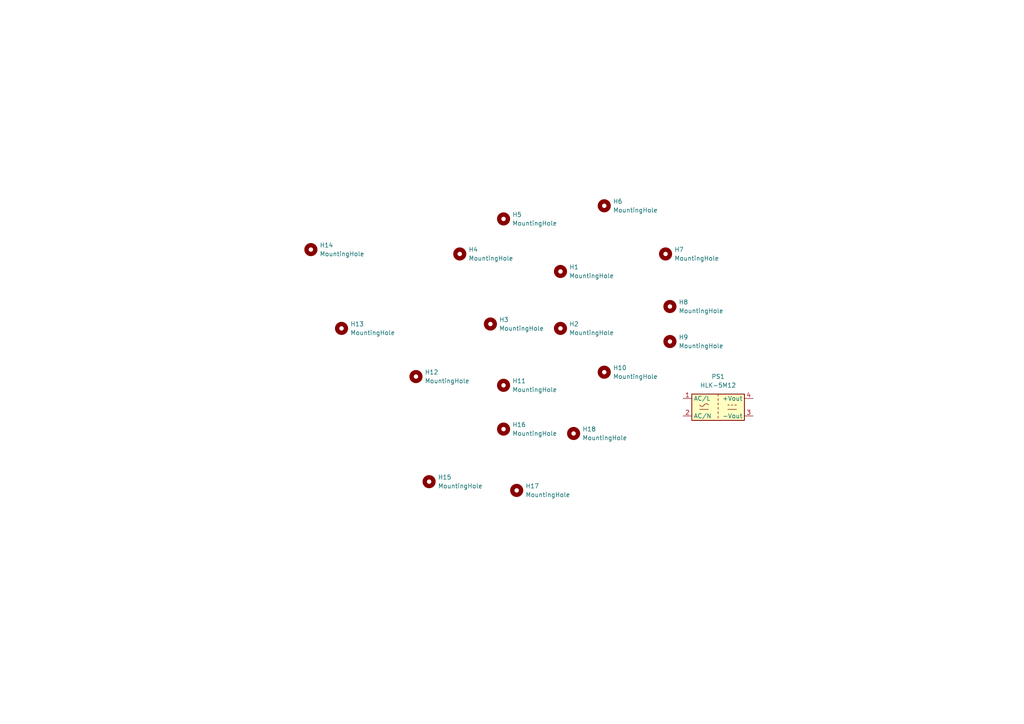
<source format=kicad_sch>
(kicad_sch (version 20230121) (generator eeschema)
  (paper "A4")
  (lib_symbols
    (symbol "Converter_ACDC:HLK-5M12"
      (property "Reference" "PS" (at 0 5.08 0))
      (property "Value" "HLK-5M12" (at 0 -5.08 0))
      (symbol "HLK-5M12_0_1"
        (rectangle (start -7.62 3.81) (end 7.62 -3.81) (stroke (width 0.254)) (fill (type background)))
        (arc (start -5.334 0.635) (mid -4.699 0.2495) (end -4.064 0.635))
        (arc (start -2.794 0.635) (mid -3.429 1.0072) (end -4.064 0.635))
        (polyline (pts (xy -5.334 -0.635) (xy -2.794 -0.635)))
        (polyline (pts (xy 0 -2.54) (xy 0 -3.175)))
        (polyline (pts (xy 0 -1.27) (xy 0 -1.905)))
        (polyline (pts (xy 0 0) (xy 0 -0.635)))
        (polyline (pts (xy 0 1.27) (xy 0 0.635)))
        (polyline (pts (xy 0 2.54) (xy 0 1.905)))
        (polyline (pts (xy 0 3.81) (xy 0 3.175)))
        (polyline (pts (xy 2.794 -0.635) (xy 5.334 -0.635)))
        (polyline (pts (xy 2.794 0.635) (xy 3.302 0.635)))
        (polyline (pts (xy 3.81 0.635) (xy 4.318 0.635)))
        (polyline (pts (xy 4.826 0.635) (xy 5.334 0.635)))
      )
      (symbol "HLK-5M12_1_1"
        (pin power_in line (at -10.16 2.54 0) (length 2.54) (name "AC/L") (number "1"))
        (pin power_in line (at -10.16 -2.54 0) (length 2.54) (name "AC/N") (number "2"))
        (pin power_out line (at 10.16 -2.54 180) (length 2.54) (name "-Vout") (number "3"))
        (pin power_out line (at 10.16 2.54 180) (length 2.54) (name "+Vout") (number "4"))
      )
    )
    (symbol "Mechanical:MountingHole" (pin_names (offset 1.016))
      (property "Reference" "H" (at 0 5.08 0))
      (property "Value" "MountingHole" (at 0 3.175 0))
      (symbol "MountingHole_0_1"
        (circle (center 0 0) (radius 1.27) (stroke (width 1.27)))
      )
    )
  )
  (symbol (lib_id "Mechanical:MountingHole") (at 124.46 139.7 0) (unit 1)
    (property "Reference" "H15" (at 127 138.43 0) (effects (justify left)))
    (property "Value" "MountingHole" (at 127 140.97 0) (effects (justify left)))
    (property "Footprint" "MountingHole:MountingHole_3.5mm" (effects hide))
  )
  (symbol (lib_id "Mechanical:MountingHole") (at 175.26 59.69 0) (unit 1)
    (property "Reference" "H6" (at 177.8 58.42 0) (effects (justify left)))
    (property "Value" "MountingHole" (at 177.8 60.96 0) (effects (justify left)))
    (property "Footprint" "MountingHole:MountingHole_3.5mm" (effects hide))
  )
  (symbol (lib_id "Mechanical:MountingHole") (at 194.31 88.9 0) (unit 1)
    (property "Reference" "H8" (at 196.85 87.63 0) (effects (justify left)))
    (property "Value" "MountingHole" (at 196.85 90.17 0) (effects (justify left)))
    (property "Footprint" "MountingHole:MountingHole_3.5mm" (effects hide))
  )
  (symbol (lib_id "Mechanical:MountingHole") (at 90.17 72.39 0) (unit 1)
    (property "Reference" "H14" (at 92.71 71.12 0) (effects (justify left)))
    (property "Value" "MountingHole" (at 92.71 73.66 0) (effects (justify left)))
    (property "Footprint" "MountingHole:MountingHole_3.5mm" (effects hide))
  )
  (symbol (lib_id "Mechanical:MountingHole") (at 193.04 73.66 0) (unit 1)
    (property "Reference" "H7" (at 195.58 72.39 0) (effects (justify left)))
    (property "Value" "MountingHole" (at 195.58 74.93 0) (effects (justify left)))
    (property "Footprint" "MountingHole:MountingHole_3.5mm" (effects hide))
  )
  (symbol (lib_id "Converter_ACDC:HLK-5M12") (at 208.28 118.11 0) (unit 1)
    (property "Reference" "PS1" (at 208.28 109.22 0))
    (property "Value" "HLK-5M12" (at 208.28 111.76 0))
    (property "Footprint" "Converter_ACDC:Converter_ACDC_HiLink_HLK-5Mxx" (effects hide))
    (property "Datasheet" "http://h.hlktech.com/download/ACDC%E7%94%B5%E6%BA%90%E6%A8%A1%E5%9D%975W%E7%B3%BB%E5%88%97/1/%E6%B5%B7%E5%87%8C%E7%A7%915W%E7%B3%BB%E5%88%97%E7%94%B5%E6%BA%90%E6%A8%A1%E5%9D%97%E8%A7%84%E6%A0%BC%E4%B9%A6V2.8.pdf" (effects hide))
  )
  (symbol (lib_id "Mechanical:MountingHole") (at 149.86 142.24 0) (unit 1)
    (property "Reference" "H17" (at 152.4 140.97 0) (effects (justify left)))
    (property "Value" "MountingHole" (at 152.4 143.51 0) (effects (justify left)))
    (property "Footprint" "MountingHole:MountingHole_3.5mm" (effects hide))
  )
  (symbol (lib_id "Mechanical:MountingHole") (at 146.05 124.46 0) (unit 1)
    (property "Reference" "H16" (at 148.59 123.19 0) (effects (justify left)))
    (property "Value" "MountingHole" (at 148.59 125.73 0) (effects (justify left)))
    (property "Footprint" "MountingHole:MountingHole_3.5mm" (effects hide))
  )
  (symbol (lib_id "Mechanical:MountingHole") (at 194.31 99.06 0) (unit 1)
    (property "Reference" "H9" (at 196.85 97.79 0) (effects (justify left)))
    (property "Value" "MountingHole" (at 196.85 100.33 0) (effects (justify left)))
    (property "Footprint" "MountingHole:MountingHole_3.5mm" (effects hide))
  )
  (symbol (lib_id "Mechanical:MountingHole") (at 162.56 78.74 0) (unit 1)
    (property "Reference" "H1" (at 165.1 77.47 0) (effects (justify left)))
    (property "Value" "MountingHole" (at 165.1 80.01 0) (effects (justify left)))
    (property "Footprint" "MountingHole:MountingHole_3.5mm" (effects hide))
  )
  (symbol (lib_id "Mechanical:MountingHole") (at 142.24 93.98 0) (unit 1)
    (property "Reference" "H3" (at 144.78 92.71 0) (effects (justify left)))
    (property "Value" "MountingHole" (at 144.78 95.25 0) (effects (justify left)))
    (property "Footprint" "MountingHole:MountingHole_3.5mm" (effects hide))
  )
  (symbol (lib_id "Mechanical:MountingHole") (at 133.35 73.66 0) (unit 1)
    (property "Reference" "H4" (at 135.89 72.39 0) (effects (justify left)))
    (property "Value" "MountingHole" (at 135.89 74.93 0) (effects (justify left)))
    (property "Footprint" "MountingHole:MountingHole_3.5mm" (effects hide))
  )
  (symbol (lib_id "Mechanical:MountingHole") (at 166.37 125.73 0) (unit 1)
    (property "Reference" "H18" (at 168.91 124.46 0) (effects (justify left)))
    (property "Value" "MountingHole" (at 168.91 127 0) (effects (justify left)))
    (property "Footprint" "MountingHole:MountingHole_3.5mm" (effects hide))
  )
  (symbol (lib_id "Mechanical:MountingHole") (at 99.06 95.25 0) (unit 1)
    (property "Reference" "H13" (at 101.6 93.98 0) (effects (justify left)))
    (property "Value" "MountingHole" (at 101.6 96.52 0) (effects (justify left)))
    (property "Footprint" "MountingHole:MountingHole_3.5mm" (effects hide))
  )
  (symbol (lib_id "Mechanical:MountingHole") (at 146.05 63.5 0) (unit 1)
    (property "Reference" "H5" (at 148.59 62.23 0) (effects (justify left)))
    (property "Value" "MountingHole" (at 148.59 64.77 0) (effects (justify left)))
    (property "Footprint" "MountingHole:MountingHole_3.5mm" (effects hide))
  )
  (symbol (lib_id "Mechanical:MountingHole") (at 175.26 107.95 0) (unit 1)
    (property "Reference" "H10" (at 177.8 106.68 0) (effects (justify left)))
    (property "Value" "MountingHole" (at 177.8 109.22 0) (effects (justify left)))
    (property "Footprint" "MountingHole:MountingHole_3.5mm" (effects hide))
  )
  (symbol (lib_id "Mechanical:MountingHole") (at 120.65 109.22 0) (unit 1)
    (property "Reference" "H12" (at 123.19 107.95 0) (effects (justify left)))
    (property "Value" "MountingHole" (at 123.19 110.49 0) (effects (justify left)))
    (property "Footprint" "MountingHole:MountingHole_3.5mm" (effects hide))
  )
  (symbol (lib_id "Mechanical:MountingHole") (at 146.05 111.76 0) (unit 1)
    (property "Reference" "H11" (at 148.59 110.49 0) (effects (justify left)))
    (property "Value" "MountingHole" (at 148.59 113.03 0) (effects (justify left)))
    (property "Footprint" "MountingHole:MountingHole_3.5mm" (effects hide))
  )
  (symbol (lib_id "Mechanical:MountingHole") (at 162.56 95.25 0) (unit 1)
    (property "Reference" "H2" (at 165.1 93.98 0) (effects (justify left)))
    (property "Value" "MountingHole" (at 165.1 96.52 0) (effects (justify left)))
    (property "Footprint" "MountingHole:MountingHole_3.5mm" (effects hide))
  )
)
</source>
